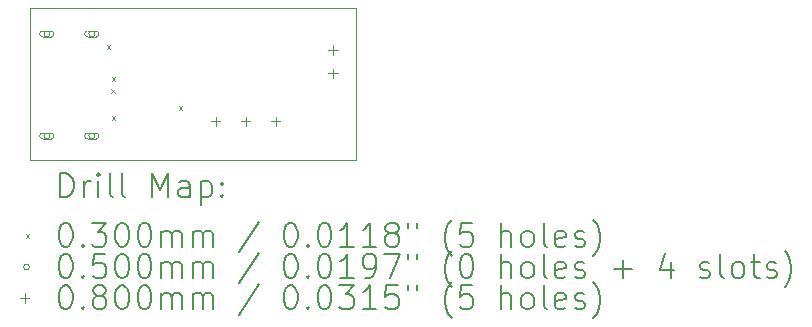
<source format=gbr>
%TF.GenerationSoftware,KiCad,Pcbnew,8.0.8*%
%TF.CreationDate,2025-02-05T16:43:21+08:00*%
%TF.ProjectId,5V24VBoostUp(USBC),35563234-5642-46f6-9f73-745570285553,rev?*%
%TF.SameCoordinates,Original*%
%TF.FileFunction,Drillmap*%
%TF.FilePolarity,Positive*%
%FSLAX45Y45*%
G04 Gerber Fmt 4.5, Leading zero omitted, Abs format (unit mm)*
G04 Created by KiCad (PCBNEW 8.0.8) date 2025-02-05 16:43:21*
%MOMM*%
%LPD*%
G01*
G04 APERTURE LIST*
%ADD10C,0.050000*%
%ADD11C,0.200000*%
%ADD12C,0.100000*%
G04 APERTURE END LIST*
D10*
X11064240Y-8666480D02*
X13827760Y-8666480D01*
X13827760Y-9951720D01*
X11064240Y-9951720D01*
X11064240Y-8666480D01*
D11*
D12*
X11717260Y-8981680D02*
X11747260Y-9011680D01*
X11747260Y-8981680D02*
X11717260Y-9011680D01*
X11755360Y-9352520D02*
X11785360Y-9382520D01*
X11785360Y-9352520D02*
X11755360Y-9382520D01*
X11757900Y-9250920D02*
X11787900Y-9280920D01*
X11787900Y-9250920D02*
X11757900Y-9280920D01*
X11757900Y-9580780D02*
X11787900Y-9610780D01*
X11787900Y-9580780D02*
X11757900Y-9610780D01*
X12326860Y-9497300D02*
X12356860Y-9527300D01*
X12356860Y-9497300D02*
X12326860Y-9527300D01*
X11234800Y-8884320D02*
G75*
G02*
X11184800Y-8884320I-25000J0D01*
G01*
X11184800Y-8884320D02*
G75*
G02*
X11234800Y-8884320I25000J0D01*
G01*
X11244800Y-8859320D02*
X11174800Y-8859320D01*
X11174800Y-8909320D02*
G75*
G02*
X11174800Y-8859320I0J25000D01*
G01*
X11174800Y-8909320D02*
X11244800Y-8909320D01*
X11244800Y-8909320D02*
G75*
G03*
X11244800Y-8859320I0J25000D01*
G01*
X11234800Y-9748320D02*
G75*
G02*
X11184800Y-9748320I-25000J0D01*
G01*
X11184800Y-9748320D02*
G75*
G02*
X11234800Y-9748320I25000J0D01*
G01*
X11244800Y-9723320D02*
X11174800Y-9723320D01*
X11174800Y-9773320D02*
G75*
G02*
X11174800Y-9723320I0J25000D01*
G01*
X11174800Y-9773320D02*
X11244800Y-9773320D01*
X11244800Y-9773320D02*
G75*
G03*
X11244800Y-9723320I0J25000D01*
G01*
X11614800Y-8884320D02*
G75*
G02*
X11564800Y-8884320I-25000J0D01*
G01*
X11564800Y-8884320D02*
G75*
G02*
X11614800Y-8884320I25000J0D01*
G01*
X11624800Y-8859320D02*
X11554800Y-8859320D01*
X11554800Y-8909320D02*
G75*
G02*
X11554800Y-8859320I0J25000D01*
G01*
X11554800Y-8909320D02*
X11624800Y-8909320D01*
X11624800Y-8909320D02*
G75*
G03*
X11624800Y-8859320I0J25000D01*
G01*
X11614800Y-9748320D02*
G75*
G02*
X11564800Y-9748320I-25000J0D01*
G01*
X11564800Y-9748320D02*
G75*
G02*
X11614800Y-9748320I25000J0D01*
G01*
X11624800Y-9723320D02*
X11554800Y-9723320D01*
X11554800Y-9773320D02*
G75*
G02*
X11554800Y-9723320I0J25000D01*
G01*
X11554800Y-9773320D02*
X11624800Y-9773320D01*
X11624800Y-9773320D02*
G75*
G03*
X11624800Y-9723320I0J25000D01*
G01*
X12639040Y-9584060D02*
X12639040Y-9664060D01*
X12599040Y-9624060D02*
X12679040Y-9624060D01*
X12893040Y-9584060D02*
X12893040Y-9664060D01*
X12853040Y-9624060D02*
X12933040Y-9624060D01*
X13147040Y-9584060D02*
X13147040Y-9664060D01*
X13107040Y-9624060D02*
X13187040Y-9624060D01*
X13632180Y-8979540D02*
X13632180Y-9059540D01*
X13592180Y-9019540D02*
X13672180Y-9019540D01*
X13632180Y-9179540D02*
X13632180Y-9259540D01*
X13592180Y-9219540D02*
X13672180Y-9219540D01*
D11*
X11322517Y-10265704D02*
X11322517Y-10065704D01*
X11322517Y-10065704D02*
X11370136Y-10065704D01*
X11370136Y-10065704D02*
X11398707Y-10075228D01*
X11398707Y-10075228D02*
X11417755Y-10094275D01*
X11417755Y-10094275D02*
X11427279Y-10113323D01*
X11427279Y-10113323D02*
X11436802Y-10151418D01*
X11436802Y-10151418D02*
X11436802Y-10179990D01*
X11436802Y-10179990D02*
X11427279Y-10218085D01*
X11427279Y-10218085D02*
X11417755Y-10237132D01*
X11417755Y-10237132D02*
X11398707Y-10256180D01*
X11398707Y-10256180D02*
X11370136Y-10265704D01*
X11370136Y-10265704D02*
X11322517Y-10265704D01*
X11522517Y-10265704D02*
X11522517Y-10132370D01*
X11522517Y-10170466D02*
X11532041Y-10151418D01*
X11532041Y-10151418D02*
X11541564Y-10141894D01*
X11541564Y-10141894D02*
X11560612Y-10132370D01*
X11560612Y-10132370D02*
X11579660Y-10132370D01*
X11646326Y-10265704D02*
X11646326Y-10132370D01*
X11646326Y-10065704D02*
X11636802Y-10075228D01*
X11636802Y-10075228D02*
X11646326Y-10084751D01*
X11646326Y-10084751D02*
X11655850Y-10075228D01*
X11655850Y-10075228D02*
X11646326Y-10065704D01*
X11646326Y-10065704D02*
X11646326Y-10084751D01*
X11770136Y-10265704D02*
X11751088Y-10256180D01*
X11751088Y-10256180D02*
X11741564Y-10237132D01*
X11741564Y-10237132D02*
X11741564Y-10065704D01*
X11874898Y-10265704D02*
X11855850Y-10256180D01*
X11855850Y-10256180D02*
X11846326Y-10237132D01*
X11846326Y-10237132D02*
X11846326Y-10065704D01*
X12103469Y-10265704D02*
X12103469Y-10065704D01*
X12103469Y-10065704D02*
X12170136Y-10208561D01*
X12170136Y-10208561D02*
X12236802Y-10065704D01*
X12236802Y-10065704D02*
X12236802Y-10265704D01*
X12417755Y-10265704D02*
X12417755Y-10160942D01*
X12417755Y-10160942D02*
X12408231Y-10141894D01*
X12408231Y-10141894D02*
X12389183Y-10132370D01*
X12389183Y-10132370D02*
X12351088Y-10132370D01*
X12351088Y-10132370D02*
X12332041Y-10141894D01*
X12417755Y-10256180D02*
X12398707Y-10265704D01*
X12398707Y-10265704D02*
X12351088Y-10265704D01*
X12351088Y-10265704D02*
X12332041Y-10256180D01*
X12332041Y-10256180D02*
X12322517Y-10237132D01*
X12322517Y-10237132D02*
X12322517Y-10218085D01*
X12322517Y-10218085D02*
X12332041Y-10199037D01*
X12332041Y-10199037D02*
X12351088Y-10189513D01*
X12351088Y-10189513D02*
X12398707Y-10189513D01*
X12398707Y-10189513D02*
X12417755Y-10179990D01*
X12512993Y-10132370D02*
X12512993Y-10332370D01*
X12512993Y-10141894D02*
X12532041Y-10132370D01*
X12532041Y-10132370D02*
X12570136Y-10132370D01*
X12570136Y-10132370D02*
X12589183Y-10141894D01*
X12589183Y-10141894D02*
X12598707Y-10151418D01*
X12598707Y-10151418D02*
X12608231Y-10170466D01*
X12608231Y-10170466D02*
X12608231Y-10227609D01*
X12608231Y-10227609D02*
X12598707Y-10246656D01*
X12598707Y-10246656D02*
X12589183Y-10256180D01*
X12589183Y-10256180D02*
X12570136Y-10265704D01*
X12570136Y-10265704D02*
X12532041Y-10265704D01*
X12532041Y-10265704D02*
X12512993Y-10256180D01*
X12693945Y-10246656D02*
X12703469Y-10256180D01*
X12703469Y-10256180D02*
X12693945Y-10265704D01*
X12693945Y-10265704D02*
X12684422Y-10256180D01*
X12684422Y-10256180D02*
X12693945Y-10246656D01*
X12693945Y-10246656D02*
X12693945Y-10265704D01*
X12693945Y-10141894D02*
X12703469Y-10151418D01*
X12703469Y-10151418D02*
X12693945Y-10160942D01*
X12693945Y-10160942D02*
X12684422Y-10151418D01*
X12684422Y-10151418D02*
X12693945Y-10141894D01*
X12693945Y-10141894D02*
X12693945Y-10160942D01*
D12*
X11031740Y-10579220D02*
X11061740Y-10609220D01*
X11061740Y-10579220D02*
X11031740Y-10609220D01*
D11*
X11360612Y-10485704D02*
X11379660Y-10485704D01*
X11379660Y-10485704D02*
X11398707Y-10495228D01*
X11398707Y-10495228D02*
X11408231Y-10504751D01*
X11408231Y-10504751D02*
X11417755Y-10523799D01*
X11417755Y-10523799D02*
X11427279Y-10561894D01*
X11427279Y-10561894D02*
X11427279Y-10609513D01*
X11427279Y-10609513D02*
X11417755Y-10647609D01*
X11417755Y-10647609D02*
X11408231Y-10666656D01*
X11408231Y-10666656D02*
X11398707Y-10676180D01*
X11398707Y-10676180D02*
X11379660Y-10685704D01*
X11379660Y-10685704D02*
X11360612Y-10685704D01*
X11360612Y-10685704D02*
X11341564Y-10676180D01*
X11341564Y-10676180D02*
X11332041Y-10666656D01*
X11332041Y-10666656D02*
X11322517Y-10647609D01*
X11322517Y-10647609D02*
X11312993Y-10609513D01*
X11312993Y-10609513D02*
X11312993Y-10561894D01*
X11312993Y-10561894D02*
X11322517Y-10523799D01*
X11322517Y-10523799D02*
X11332041Y-10504751D01*
X11332041Y-10504751D02*
X11341564Y-10495228D01*
X11341564Y-10495228D02*
X11360612Y-10485704D01*
X11512993Y-10666656D02*
X11522517Y-10676180D01*
X11522517Y-10676180D02*
X11512993Y-10685704D01*
X11512993Y-10685704D02*
X11503469Y-10676180D01*
X11503469Y-10676180D02*
X11512993Y-10666656D01*
X11512993Y-10666656D02*
X11512993Y-10685704D01*
X11589183Y-10485704D02*
X11712993Y-10485704D01*
X11712993Y-10485704D02*
X11646326Y-10561894D01*
X11646326Y-10561894D02*
X11674898Y-10561894D01*
X11674898Y-10561894D02*
X11693945Y-10571418D01*
X11693945Y-10571418D02*
X11703469Y-10580942D01*
X11703469Y-10580942D02*
X11712993Y-10599990D01*
X11712993Y-10599990D02*
X11712993Y-10647609D01*
X11712993Y-10647609D02*
X11703469Y-10666656D01*
X11703469Y-10666656D02*
X11693945Y-10676180D01*
X11693945Y-10676180D02*
X11674898Y-10685704D01*
X11674898Y-10685704D02*
X11617755Y-10685704D01*
X11617755Y-10685704D02*
X11598707Y-10676180D01*
X11598707Y-10676180D02*
X11589183Y-10666656D01*
X11836802Y-10485704D02*
X11855850Y-10485704D01*
X11855850Y-10485704D02*
X11874898Y-10495228D01*
X11874898Y-10495228D02*
X11884422Y-10504751D01*
X11884422Y-10504751D02*
X11893945Y-10523799D01*
X11893945Y-10523799D02*
X11903469Y-10561894D01*
X11903469Y-10561894D02*
X11903469Y-10609513D01*
X11903469Y-10609513D02*
X11893945Y-10647609D01*
X11893945Y-10647609D02*
X11884422Y-10666656D01*
X11884422Y-10666656D02*
X11874898Y-10676180D01*
X11874898Y-10676180D02*
X11855850Y-10685704D01*
X11855850Y-10685704D02*
X11836802Y-10685704D01*
X11836802Y-10685704D02*
X11817755Y-10676180D01*
X11817755Y-10676180D02*
X11808231Y-10666656D01*
X11808231Y-10666656D02*
X11798707Y-10647609D01*
X11798707Y-10647609D02*
X11789183Y-10609513D01*
X11789183Y-10609513D02*
X11789183Y-10561894D01*
X11789183Y-10561894D02*
X11798707Y-10523799D01*
X11798707Y-10523799D02*
X11808231Y-10504751D01*
X11808231Y-10504751D02*
X11817755Y-10495228D01*
X11817755Y-10495228D02*
X11836802Y-10485704D01*
X12027279Y-10485704D02*
X12046326Y-10485704D01*
X12046326Y-10485704D02*
X12065374Y-10495228D01*
X12065374Y-10495228D02*
X12074898Y-10504751D01*
X12074898Y-10504751D02*
X12084422Y-10523799D01*
X12084422Y-10523799D02*
X12093945Y-10561894D01*
X12093945Y-10561894D02*
X12093945Y-10609513D01*
X12093945Y-10609513D02*
X12084422Y-10647609D01*
X12084422Y-10647609D02*
X12074898Y-10666656D01*
X12074898Y-10666656D02*
X12065374Y-10676180D01*
X12065374Y-10676180D02*
X12046326Y-10685704D01*
X12046326Y-10685704D02*
X12027279Y-10685704D01*
X12027279Y-10685704D02*
X12008231Y-10676180D01*
X12008231Y-10676180D02*
X11998707Y-10666656D01*
X11998707Y-10666656D02*
X11989183Y-10647609D01*
X11989183Y-10647609D02*
X11979660Y-10609513D01*
X11979660Y-10609513D02*
X11979660Y-10561894D01*
X11979660Y-10561894D02*
X11989183Y-10523799D01*
X11989183Y-10523799D02*
X11998707Y-10504751D01*
X11998707Y-10504751D02*
X12008231Y-10495228D01*
X12008231Y-10495228D02*
X12027279Y-10485704D01*
X12179660Y-10685704D02*
X12179660Y-10552370D01*
X12179660Y-10571418D02*
X12189183Y-10561894D01*
X12189183Y-10561894D02*
X12208231Y-10552370D01*
X12208231Y-10552370D02*
X12236803Y-10552370D01*
X12236803Y-10552370D02*
X12255850Y-10561894D01*
X12255850Y-10561894D02*
X12265374Y-10580942D01*
X12265374Y-10580942D02*
X12265374Y-10685704D01*
X12265374Y-10580942D02*
X12274898Y-10561894D01*
X12274898Y-10561894D02*
X12293945Y-10552370D01*
X12293945Y-10552370D02*
X12322517Y-10552370D01*
X12322517Y-10552370D02*
X12341564Y-10561894D01*
X12341564Y-10561894D02*
X12351088Y-10580942D01*
X12351088Y-10580942D02*
X12351088Y-10685704D01*
X12446326Y-10685704D02*
X12446326Y-10552370D01*
X12446326Y-10571418D02*
X12455850Y-10561894D01*
X12455850Y-10561894D02*
X12474898Y-10552370D01*
X12474898Y-10552370D02*
X12503469Y-10552370D01*
X12503469Y-10552370D02*
X12522517Y-10561894D01*
X12522517Y-10561894D02*
X12532041Y-10580942D01*
X12532041Y-10580942D02*
X12532041Y-10685704D01*
X12532041Y-10580942D02*
X12541564Y-10561894D01*
X12541564Y-10561894D02*
X12560612Y-10552370D01*
X12560612Y-10552370D02*
X12589183Y-10552370D01*
X12589183Y-10552370D02*
X12608231Y-10561894D01*
X12608231Y-10561894D02*
X12617755Y-10580942D01*
X12617755Y-10580942D02*
X12617755Y-10685704D01*
X13008231Y-10476180D02*
X12836803Y-10733323D01*
X13265374Y-10485704D02*
X13284422Y-10485704D01*
X13284422Y-10485704D02*
X13303469Y-10495228D01*
X13303469Y-10495228D02*
X13312993Y-10504751D01*
X13312993Y-10504751D02*
X13322517Y-10523799D01*
X13322517Y-10523799D02*
X13332041Y-10561894D01*
X13332041Y-10561894D02*
X13332041Y-10609513D01*
X13332041Y-10609513D02*
X13322517Y-10647609D01*
X13322517Y-10647609D02*
X13312993Y-10666656D01*
X13312993Y-10666656D02*
X13303469Y-10676180D01*
X13303469Y-10676180D02*
X13284422Y-10685704D01*
X13284422Y-10685704D02*
X13265374Y-10685704D01*
X13265374Y-10685704D02*
X13246326Y-10676180D01*
X13246326Y-10676180D02*
X13236803Y-10666656D01*
X13236803Y-10666656D02*
X13227279Y-10647609D01*
X13227279Y-10647609D02*
X13217755Y-10609513D01*
X13217755Y-10609513D02*
X13217755Y-10561894D01*
X13217755Y-10561894D02*
X13227279Y-10523799D01*
X13227279Y-10523799D02*
X13236803Y-10504751D01*
X13236803Y-10504751D02*
X13246326Y-10495228D01*
X13246326Y-10495228D02*
X13265374Y-10485704D01*
X13417755Y-10666656D02*
X13427279Y-10676180D01*
X13427279Y-10676180D02*
X13417755Y-10685704D01*
X13417755Y-10685704D02*
X13408231Y-10676180D01*
X13408231Y-10676180D02*
X13417755Y-10666656D01*
X13417755Y-10666656D02*
X13417755Y-10685704D01*
X13551088Y-10485704D02*
X13570136Y-10485704D01*
X13570136Y-10485704D02*
X13589184Y-10495228D01*
X13589184Y-10495228D02*
X13598707Y-10504751D01*
X13598707Y-10504751D02*
X13608231Y-10523799D01*
X13608231Y-10523799D02*
X13617755Y-10561894D01*
X13617755Y-10561894D02*
X13617755Y-10609513D01*
X13617755Y-10609513D02*
X13608231Y-10647609D01*
X13608231Y-10647609D02*
X13598707Y-10666656D01*
X13598707Y-10666656D02*
X13589184Y-10676180D01*
X13589184Y-10676180D02*
X13570136Y-10685704D01*
X13570136Y-10685704D02*
X13551088Y-10685704D01*
X13551088Y-10685704D02*
X13532041Y-10676180D01*
X13532041Y-10676180D02*
X13522517Y-10666656D01*
X13522517Y-10666656D02*
X13512993Y-10647609D01*
X13512993Y-10647609D02*
X13503469Y-10609513D01*
X13503469Y-10609513D02*
X13503469Y-10561894D01*
X13503469Y-10561894D02*
X13512993Y-10523799D01*
X13512993Y-10523799D02*
X13522517Y-10504751D01*
X13522517Y-10504751D02*
X13532041Y-10495228D01*
X13532041Y-10495228D02*
X13551088Y-10485704D01*
X13808231Y-10685704D02*
X13693946Y-10685704D01*
X13751088Y-10685704D02*
X13751088Y-10485704D01*
X13751088Y-10485704D02*
X13732041Y-10514275D01*
X13732041Y-10514275D02*
X13712993Y-10533323D01*
X13712993Y-10533323D02*
X13693946Y-10542847D01*
X13998707Y-10685704D02*
X13884422Y-10685704D01*
X13941565Y-10685704D02*
X13941565Y-10485704D01*
X13941565Y-10485704D02*
X13922517Y-10514275D01*
X13922517Y-10514275D02*
X13903469Y-10533323D01*
X13903469Y-10533323D02*
X13884422Y-10542847D01*
X14112993Y-10571418D02*
X14093946Y-10561894D01*
X14093946Y-10561894D02*
X14084422Y-10552370D01*
X14084422Y-10552370D02*
X14074898Y-10533323D01*
X14074898Y-10533323D02*
X14074898Y-10523799D01*
X14074898Y-10523799D02*
X14084422Y-10504751D01*
X14084422Y-10504751D02*
X14093946Y-10495228D01*
X14093946Y-10495228D02*
X14112993Y-10485704D01*
X14112993Y-10485704D02*
X14151088Y-10485704D01*
X14151088Y-10485704D02*
X14170136Y-10495228D01*
X14170136Y-10495228D02*
X14179660Y-10504751D01*
X14179660Y-10504751D02*
X14189184Y-10523799D01*
X14189184Y-10523799D02*
X14189184Y-10533323D01*
X14189184Y-10533323D02*
X14179660Y-10552370D01*
X14179660Y-10552370D02*
X14170136Y-10561894D01*
X14170136Y-10561894D02*
X14151088Y-10571418D01*
X14151088Y-10571418D02*
X14112993Y-10571418D01*
X14112993Y-10571418D02*
X14093946Y-10580942D01*
X14093946Y-10580942D02*
X14084422Y-10590466D01*
X14084422Y-10590466D02*
X14074898Y-10609513D01*
X14074898Y-10609513D02*
X14074898Y-10647609D01*
X14074898Y-10647609D02*
X14084422Y-10666656D01*
X14084422Y-10666656D02*
X14093946Y-10676180D01*
X14093946Y-10676180D02*
X14112993Y-10685704D01*
X14112993Y-10685704D02*
X14151088Y-10685704D01*
X14151088Y-10685704D02*
X14170136Y-10676180D01*
X14170136Y-10676180D02*
X14179660Y-10666656D01*
X14179660Y-10666656D02*
X14189184Y-10647609D01*
X14189184Y-10647609D02*
X14189184Y-10609513D01*
X14189184Y-10609513D02*
X14179660Y-10590466D01*
X14179660Y-10590466D02*
X14170136Y-10580942D01*
X14170136Y-10580942D02*
X14151088Y-10571418D01*
X14265374Y-10485704D02*
X14265374Y-10523799D01*
X14341565Y-10485704D02*
X14341565Y-10523799D01*
X14636803Y-10761894D02*
X14627279Y-10752370D01*
X14627279Y-10752370D02*
X14608231Y-10723799D01*
X14608231Y-10723799D02*
X14598708Y-10704751D01*
X14598708Y-10704751D02*
X14589184Y-10676180D01*
X14589184Y-10676180D02*
X14579660Y-10628561D01*
X14579660Y-10628561D02*
X14579660Y-10590466D01*
X14579660Y-10590466D02*
X14589184Y-10542847D01*
X14589184Y-10542847D02*
X14598708Y-10514275D01*
X14598708Y-10514275D02*
X14608231Y-10495228D01*
X14608231Y-10495228D02*
X14627279Y-10466656D01*
X14627279Y-10466656D02*
X14636803Y-10457132D01*
X14808231Y-10485704D02*
X14712993Y-10485704D01*
X14712993Y-10485704D02*
X14703469Y-10580942D01*
X14703469Y-10580942D02*
X14712993Y-10571418D01*
X14712993Y-10571418D02*
X14732041Y-10561894D01*
X14732041Y-10561894D02*
X14779660Y-10561894D01*
X14779660Y-10561894D02*
X14798708Y-10571418D01*
X14798708Y-10571418D02*
X14808231Y-10580942D01*
X14808231Y-10580942D02*
X14817755Y-10599990D01*
X14817755Y-10599990D02*
X14817755Y-10647609D01*
X14817755Y-10647609D02*
X14808231Y-10666656D01*
X14808231Y-10666656D02*
X14798708Y-10676180D01*
X14798708Y-10676180D02*
X14779660Y-10685704D01*
X14779660Y-10685704D02*
X14732041Y-10685704D01*
X14732041Y-10685704D02*
X14712993Y-10676180D01*
X14712993Y-10676180D02*
X14703469Y-10666656D01*
X15055850Y-10685704D02*
X15055850Y-10485704D01*
X15141565Y-10685704D02*
X15141565Y-10580942D01*
X15141565Y-10580942D02*
X15132041Y-10561894D01*
X15132041Y-10561894D02*
X15112993Y-10552370D01*
X15112993Y-10552370D02*
X15084422Y-10552370D01*
X15084422Y-10552370D02*
X15065374Y-10561894D01*
X15065374Y-10561894D02*
X15055850Y-10571418D01*
X15265374Y-10685704D02*
X15246327Y-10676180D01*
X15246327Y-10676180D02*
X15236803Y-10666656D01*
X15236803Y-10666656D02*
X15227279Y-10647609D01*
X15227279Y-10647609D02*
X15227279Y-10590466D01*
X15227279Y-10590466D02*
X15236803Y-10571418D01*
X15236803Y-10571418D02*
X15246327Y-10561894D01*
X15246327Y-10561894D02*
X15265374Y-10552370D01*
X15265374Y-10552370D02*
X15293946Y-10552370D01*
X15293946Y-10552370D02*
X15312993Y-10561894D01*
X15312993Y-10561894D02*
X15322517Y-10571418D01*
X15322517Y-10571418D02*
X15332041Y-10590466D01*
X15332041Y-10590466D02*
X15332041Y-10647609D01*
X15332041Y-10647609D02*
X15322517Y-10666656D01*
X15322517Y-10666656D02*
X15312993Y-10676180D01*
X15312993Y-10676180D02*
X15293946Y-10685704D01*
X15293946Y-10685704D02*
X15265374Y-10685704D01*
X15446327Y-10685704D02*
X15427279Y-10676180D01*
X15427279Y-10676180D02*
X15417755Y-10657132D01*
X15417755Y-10657132D02*
X15417755Y-10485704D01*
X15598708Y-10676180D02*
X15579660Y-10685704D01*
X15579660Y-10685704D02*
X15541565Y-10685704D01*
X15541565Y-10685704D02*
X15522517Y-10676180D01*
X15522517Y-10676180D02*
X15512993Y-10657132D01*
X15512993Y-10657132D02*
X15512993Y-10580942D01*
X15512993Y-10580942D02*
X15522517Y-10561894D01*
X15522517Y-10561894D02*
X15541565Y-10552370D01*
X15541565Y-10552370D02*
X15579660Y-10552370D01*
X15579660Y-10552370D02*
X15598708Y-10561894D01*
X15598708Y-10561894D02*
X15608231Y-10580942D01*
X15608231Y-10580942D02*
X15608231Y-10599990D01*
X15608231Y-10599990D02*
X15512993Y-10619037D01*
X15684422Y-10676180D02*
X15703470Y-10685704D01*
X15703470Y-10685704D02*
X15741565Y-10685704D01*
X15741565Y-10685704D02*
X15760612Y-10676180D01*
X15760612Y-10676180D02*
X15770136Y-10657132D01*
X15770136Y-10657132D02*
X15770136Y-10647609D01*
X15770136Y-10647609D02*
X15760612Y-10628561D01*
X15760612Y-10628561D02*
X15741565Y-10619037D01*
X15741565Y-10619037D02*
X15712993Y-10619037D01*
X15712993Y-10619037D02*
X15693946Y-10609513D01*
X15693946Y-10609513D02*
X15684422Y-10590466D01*
X15684422Y-10590466D02*
X15684422Y-10580942D01*
X15684422Y-10580942D02*
X15693946Y-10561894D01*
X15693946Y-10561894D02*
X15712993Y-10552370D01*
X15712993Y-10552370D02*
X15741565Y-10552370D01*
X15741565Y-10552370D02*
X15760612Y-10561894D01*
X15836803Y-10761894D02*
X15846327Y-10752370D01*
X15846327Y-10752370D02*
X15865374Y-10723799D01*
X15865374Y-10723799D02*
X15874898Y-10704751D01*
X15874898Y-10704751D02*
X15884422Y-10676180D01*
X15884422Y-10676180D02*
X15893946Y-10628561D01*
X15893946Y-10628561D02*
X15893946Y-10590466D01*
X15893946Y-10590466D02*
X15884422Y-10542847D01*
X15884422Y-10542847D02*
X15874898Y-10514275D01*
X15874898Y-10514275D02*
X15865374Y-10495228D01*
X15865374Y-10495228D02*
X15846327Y-10466656D01*
X15846327Y-10466656D02*
X15836803Y-10457132D01*
D12*
X11061740Y-10858220D02*
G75*
G02*
X11011740Y-10858220I-25000J0D01*
G01*
X11011740Y-10858220D02*
G75*
G02*
X11061740Y-10858220I25000J0D01*
G01*
D11*
X11360612Y-10749704D02*
X11379660Y-10749704D01*
X11379660Y-10749704D02*
X11398707Y-10759228D01*
X11398707Y-10759228D02*
X11408231Y-10768751D01*
X11408231Y-10768751D02*
X11417755Y-10787799D01*
X11417755Y-10787799D02*
X11427279Y-10825894D01*
X11427279Y-10825894D02*
X11427279Y-10873513D01*
X11427279Y-10873513D02*
X11417755Y-10911609D01*
X11417755Y-10911609D02*
X11408231Y-10930656D01*
X11408231Y-10930656D02*
X11398707Y-10940180D01*
X11398707Y-10940180D02*
X11379660Y-10949704D01*
X11379660Y-10949704D02*
X11360612Y-10949704D01*
X11360612Y-10949704D02*
X11341564Y-10940180D01*
X11341564Y-10940180D02*
X11332041Y-10930656D01*
X11332041Y-10930656D02*
X11322517Y-10911609D01*
X11322517Y-10911609D02*
X11312993Y-10873513D01*
X11312993Y-10873513D02*
X11312993Y-10825894D01*
X11312993Y-10825894D02*
X11322517Y-10787799D01*
X11322517Y-10787799D02*
X11332041Y-10768751D01*
X11332041Y-10768751D02*
X11341564Y-10759228D01*
X11341564Y-10759228D02*
X11360612Y-10749704D01*
X11512993Y-10930656D02*
X11522517Y-10940180D01*
X11522517Y-10940180D02*
X11512993Y-10949704D01*
X11512993Y-10949704D02*
X11503469Y-10940180D01*
X11503469Y-10940180D02*
X11512993Y-10930656D01*
X11512993Y-10930656D02*
X11512993Y-10949704D01*
X11703469Y-10749704D02*
X11608231Y-10749704D01*
X11608231Y-10749704D02*
X11598707Y-10844942D01*
X11598707Y-10844942D02*
X11608231Y-10835418D01*
X11608231Y-10835418D02*
X11627279Y-10825894D01*
X11627279Y-10825894D02*
X11674898Y-10825894D01*
X11674898Y-10825894D02*
X11693945Y-10835418D01*
X11693945Y-10835418D02*
X11703469Y-10844942D01*
X11703469Y-10844942D02*
X11712993Y-10863990D01*
X11712993Y-10863990D02*
X11712993Y-10911609D01*
X11712993Y-10911609D02*
X11703469Y-10930656D01*
X11703469Y-10930656D02*
X11693945Y-10940180D01*
X11693945Y-10940180D02*
X11674898Y-10949704D01*
X11674898Y-10949704D02*
X11627279Y-10949704D01*
X11627279Y-10949704D02*
X11608231Y-10940180D01*
X11608231Y-10940180D02*
X11598707Y-10930656D01*
X11836802Y-10749704D02*
X11855850Y-10749704D01*
X11855850Y-10749704D02*
X11874898Y-10759228D01*
X11874898Y-10759228D02*
X11884422Y-10768751D01*
X11884422Y-10768751D02*
X11893945Y-10787799D01*
X11893945Y-10787799D02*
X11903469Y-10825894D01*
X11903469Y-10825894D02*
X11903469Y-10873513D01*
X11903469Y-10873513D02*
X11893945Y-10911609D01*
X11893945Y-10911609D02*
X11884422Y-10930656D01*
X11884422Y-10930656D02*
X11874898Y-10940180D01*
X11874898Y-10940180D02*
X11855850Y-10949704D01*
X11855850Y-10949704D02*
X11836802Y-10949704D01*
X11836802Y-10949704D02*
X11817755Y-10940180D01*
X11817755Y-10940180D02*
X11808231Y-10930656D01*
X11808231Y-10930656D02*
X11798707Y-10911609D01*
X11798707Y-10911609D02*
X11789183Y-10873513D01*
X11789183Y-10873513D02*
X11789183Y-10825894D01*
X11789183Y-10825894D02*
X11798707Y-10787799D01*
X11798707Y-10787799D02*
X11808231Y-10768751D01*
X11808231Y-10768751D02*
X11817755Y-10759228D01*
X11817755Y-10759228D02*
X11836802Y-10749704D01*
X12027279Y-10749704D02*
X12046326Y-10749704D01*
X12046326Y-10749704D02*
X12065374Y-10759228D01*
X12065374Y-10759228D02*
X12074898Y-10768751D01*
X12074898Y-10768751D02*
X12084422Y-10787799D01*
X12084422Y-10787799D02*
X12093945Y-10825894D01*
X12093945Y-10825894D02*
X12093945Y-10873513D01*
X12093945Y-10873513D02*
X12084422Y-10911609D01*
X12084422Y-10911609D02*
X12074898Y-10930656D01*
X12074898Y-10930656D02*
X12065374Y-10940180D01*
X12065374Y-10940180D02*
X12046326Y-10949704D01*
X12046326Y-10949704D02*
X12027279Y-10949704D01*
X12027279Y-10949704D02*
X12008231Y-10940180D01*
X12008231Y-10940180D02*
X11998707Y-10930656D01*
X11998707Y-10930656D02*
X11989183Y-10911609D01*
X11989183Y-10911609D02*
X11979660Y-10873513D01*
X11979660Y-10873513D02*
X11979660Y-10825894D01*
X11979660Y-10825894D02*
X11989183Y-10787799D01*
X11989183Y-10787799D02*
X11998707Y-10768751D01*
X11998707Y-10768751D02*
X12008231Y-10759228D01*
X12008231Y-10759228D02*
X12027279Y-10749704D01*
X12179660Y-10949704D02*
X12179660Y-10816370D01*
X12179660Y-10835418D02*
X12189183Y-10825894D01*
X12189183Y-10825894D02*
X12208231Y-10816370D01*
X12208231Y-10816370D02*
X12236803Y-10816370D01*
X12236803Y-10816370D02*
X12255850Y-10825894D01*
X12255850Y-10825894D02*
X12265374Y-10844942D01*
X12265374Y-10844942D02*
X12265374Y-10949704D01*
X12265374Y-10844942D02*
X12274898Y-10825894D01*
X12274898Y-10825894D02*
X12293945Y-10816370D01*
X12293945Y-10816370D02*
X12322517Y-10816370D01*
X12322517Y-10816370D02*
X12341564Y-10825894D01*
X12341564Y-10825894D02*
X12351088Y-10844942D01*
X12351088Y-10844942D02*
X12351088Y-10949704D01*
X12446326Y-10949704D02*
X12446326Y-10816370D01*
X12446326Y-10835418D02*
X12455850Y-10825894D01*
X12455850Y-10825894D02*
X12474898Y-10816370D01*
X12474898Y-10816370D02*
X12503469Y-10816370D01*
X12503469Y-10816370D02*
X12522517Y-10825894D01*
X12522517Y-10825894D02*
X12532041Y-10844942D01*
X12532041Y-10844942D02*
X12532041Y-10949704D01*
X12532041Y-10844942D02*
X12541564Y-10825894D01*
X12541564Y-10825894D02*
X12560612Y-10816370D01*
X12560612Y-10816370D02*
X12589183Y-10816370D01*
X12589183Y-10816370D02*
X12608231Y-10825894D01*
X12608231Y-10825894D02*
X12617755Y-10844942D01*
X12617755Y-10844942D02*
X12617755Y-10949704D01*
X13008231Y-10740180D02*
X12836803Y-10997323D01*
X13265374Y-10749704D02*
X13284422Y-10749704D01*
X13284422Y-10749704D02*
X13303469Y-10759228D01*
X13303469Y-10759228D02*
X13312993Y-10768751D01*
X13312993Y-10768751D02*
X13322517Y-10787799D01*
X13322517Y-10787799D02*
X13332041Y-10825894D01*
X13332041Y-10825894D02*
X13332041Y-10873513D01*
X13332041Y-10873513D02*
X13322517Y-10911609D01*
X13322517Y-10911609D02*
X13312993Y-10930656D01*
X13312993Y-10930656D02*
X13303469Y-10940180D01*
X13303469Y-10940180D02*
X13284422Y-10949704D01*
X13284422Y-10949704D02*
X13265374Y-10949704D01*
X13265374Y-10949704D02*
X13246326Y-10940180D01*
X13246326Y-10940180D02*
X13236803Y-10930656D01*
X13236803Y-10930656D02*
X13227279Y-10911609D01*
X13227279Y-10911609D02*
X13217755Y-10873513D01*
X13217755Y-10873513D02*
X13217755Y-10825894D01*
X13217755Y-10825894D02*
X13227279Y-10787799D01*
X13227279Y-10787799D02*
X13236803Y-10768751D01*
X13236803Y-10768751D02*
X13246326Y-10759228D01*
X13246326Y-10759228D02*
X13265374Y-10749704D01*
X13417755Y-10930656D02*
X13427279Y-10940180D01*
X13427279Y-10940180D02*
X13417755Y-10949704D01*
X13417755Y-10949704D02*
X13408231Y-10940180D01*
X13408231Y-10940180D02*
X13417755Y-10930656D01*
X13417755Y-10930656D02*
X13417755Y-10949704D01*
X13551088Y-10749704D02*
X13570136Y-10749704D01*
X13570136Y-10749704D02*
X13589184Y-10759228D01*
X13589184Y-10759228D02*
X13598707Y-10768751D01*
X13598707Y-10768751D02*
X13608231Y-10787799D01*
X13608231Y-10787799D02*
X13617755Y-10825894D01*
X13617755Y-10825894D02*
X13617755Y-10873513D01*
X13617755Y-10873513D02*
X13608231Y-10911609D01*
X13608231Y-10911609D02*
X13598707Y-10930656D01*
X13598707Y-10930656D02*
X13589184Y-10940180D01*
X13589184Y-10940180D02*
X13570136Y-10949704D01*
X13570136Y-10949704D02*
X13551088Y-10949704D01*
X13551088Y-10949704D02*
X13532041Y-10940180D01*
X13532041Y-10940180D02*
X13522517Y-10930656D01*
X13522517Y-10930656D02*
X13512993Y-10911609D01*
X13512993Y-10911609D02*
X13503469Y-10873513D01*
X13503469Y-10873513D02*
X13503469Y-10825894D01*
X13503469Y-10825894D02*
X13512993Y-10787799D01*
X13512993Y-10787799D02*
X13522517Y-10768751D01*
X13522517Y-10768751D02*
X13532041Y-10759228D01*
X13532041Y-10759228D02*
X13551088Y-10749704D01*
X13808231Y-10949704D02*
X13693946Y-10949704D01*
X13751088Y-10949704D02*
X13751088Y-10749704D01*
X13751088Y-10749704D02*
X13732041Y-10778275D01*
X13732041Y-10778275D02*
X13712993Y-10797323D01*
X13712993Y-10797323D02*
X13693946Y-10806847D01*
X13903469Y-10949704D02*
X13941565Y-10949704D01*
X13941565Y-10949704D02*
X13960612Y-10940180D01*
X13960612Y-10940180D02*
X13970136Y-10930656D01*
X13970136Y-10930656D02*
X13989184Y-10902085D01*
X13989184Y-10902085D02*
X13998707Y-10863990D01*
X13998707Y-10863990D02*
X13998707Y-10787799D01*
X13998707Y-10787799D02*
X13989184Y-10768751D01*
X13989184Y-10768751D02*
X13979660Y-10759228D01*
X13979660Y-10759228D02*
X13960612Y-10749704D01*
X13960612Y-10749704D02*
X13922517Y-10749704D01*
X13922517Y-10749704D02*
X13903469Y-10759228D01*
X13903469Y-10759228D02*
X13893946Y-10768751D01*
X13893946Y-10768751D02*
X13884422Y-10787799D01*
X13884422Y-10787799D02*
X13884422Y-10835418D01*
X13884422Y-10835418D02*
X13893946Y-10854466D01*
X13893946Y-10854466D02*
X13903469Y-10863990D01*
X13903469Y-10863990D02*
X13922517Y-10873513D01*
X13922517Y-10873513D02*
X13960612Y-10873513D01*
X13960612Y-10873513D02*
X13979660Y-10863990D01*
X13979660Y-10863990D02*
X13989184Y-10854466D01*
X13989184Y-10854466D02*
X13998707Y-10835418D01*
X14065374Y-10749704D02*
X14198707Y-10749704D01*
X14198707Y-10749704D02*
X14112993Y-10949704D01*
X14265374Y-10749704D02*
X14265374Y-10787799D01*
X14341565Y-10749704D02*
X14341565Y-10787799D01*
X14636803Y-11025894D02*
X14627279Y-11016370D01*
X14627279Y-11016370D02*
X14608231Y-10987799D01*
X14608231Y-10987799D02*
X14598708Y-10968751D01*
X14598708Y-10968751D02*
X14589184Y-10940180D01*
X14589184Y-10940180D02*
X14579660Y-10892561D01*
X14579660Y-10892561D02*
X14579660Y-10854466D01*
X14579660Y-10854466D02*
X14589184Y-10806847D01*
X14589184Y-10806847D02*
X14598708Y-10778275D01*
X14598708Y-10778275D02*
X14608231Y-10759228D01*
X14608231Y-10759228D02*
X14627279Y-10730656D01*
X14627279Y-10730656D02*
X14636803Y-10721132D01*
X14751088Y-10749704D02*
X14770136Y-10749704D01*
X14770136Y-10749704D02*
X14789184Y-10759228D01*
X14789184Y-10759228D02*
X14798708Y-10768751D01*
X14798708Y-10768751D02*
X14808231Y-10787799D01*
X14808231Y-10787799D02*
X14817755Y-10825894D01*
X14817755Y-10825894D02*
X14817755Y-10873513D01*
X14817755Y-10873513D02*
X14808231Y-10911609D01*
X14808231Y-10911609D02*
X14798708Y-10930656D01*
X14798708Y-10930656D02*
X14789184Y-10940180D01*
X14789184Y-10940180D02*
X14770136Y-10949704D01*
X14770136Y-10949704D02*
X14751088Y-10949704D01*
X14751088Y-10949704D02*
X14732041Y-10940180D01*
X14732041Y-10940180D02*
X14722517Y-10930656D01*
X14722517Y-10930656D02*
X14712993Y-10911609D01*
X14712993Y-10911609D02*
X14703469Y-10873513D01*
X14703469Y-10873513D02*
X14703469Y-10825894D01*
X14703469Y-10825894D02*
X14712993Y-10787799D01*
X14712993Y-10787799D02*
X14722517Y-10768751D01*
X14722517Y-10768751D02*
X14732041Y-10759228D01*
X14732041Y-10759228D02*
X14751088Y-10749704D01*
X15055850Y-10949704D02*
X15055850Y-10749704D01*
X15141565Y-10949704D02*
X15141565Y-10844942D01*
X15141565Y-10844942D02*
X15132041Y-10825894D01*
X15132041Y-10825894D02*
X15112993Y-10816370D01*
X15112993Y-10816370D02*
X15084422Y-10816370D01*
X15084422Y-10816370D02*
X15065374Y-10825894D01*
X15065374Y-10825894D02*
X15055850Y-10835418D01*
X15265374Y-10949704D02*
X15246327Y-10940180D01*
X15246327Y-10940180D02*
X15236803Y-10930656D01*
X15236803Y-10930656D02*
X15227279Y-10911609D01*
X15227279Y-10911609D02*
X15227279Y-10854466D01*
X15227279Y-10854466D02*
X15236803Y-10835418D01*
X15236803Y-10835418D02*
X15246327Y-10825894D01*
X15246327Y-10825894D02*
X15265374Y-10816370D01*
X15265374Y-10816370D02*
X15293946Y-10816370D01*
X15293946Y-10816370D02*
X15312993Y-10825894D01*
X15312993Y-10825894D02*
X15322517Y-10835418D01*
X15322517Y-10835418D02*
X15332041Y-10854466D01*
X15332041Y-10854466D02*
X15332041Y-10911609D01*
X15332041Y-10911609D02*
X15322517Y-10930656D01*
X15322517Y-10930656D02*
X15312993Y-10940180D01*
X15312993Y-10940180D02*
X15293946Y-10949704D01*
X15293946Y-10949704D02*
X15265374Y-10949704D01*
X15446327Y-10949704D02*
X15427279Y-10940180D01*
X15427279Y-10940180D02*
X15417755Y-10921132D01*
X15417755Y-10921132D02*
X15417755Y-10749704D01*
X15598708Y-10940180D02*
X15579660Y-10949704D01*
X15579660Y-10949704D02*
X15541565Y-10949704D01*
X15541565Y-10949704D02*
X15522517Y-10940180D01*
X15522517Y-10940180D02*
X15512993Y-10921132D01*
X15512993Y-10921132D02*
X15512993Y-10844942D01*
X15512993Y-10844942D02*
X15522517Y-10825894D01*
X15522517Y-10825894D02*
X15541565Y-10816370D01*
X15541565Y-10816370D02*
X15579660Y-10816370D01*
X15579660Y-10816370D02*
X15598708Y-10825894D01*
X15598708Y-10825894D02*
X15608231Y-10844942D01*
X15608231Y-10844942D02*
X15608231Y-10863990D01*
X15608231Y-10863990D02*
X15512993Y-10883037D01*
X15684422Y-10940180D02*
X15703470Y-10949704D01*
X15703470Y-10949704D02*
X15741565Y-10949704D01*
X15741565Y-10949704D02*
X15760612Y-10940180D01*
X15760612Y-10940180D02*
X15770136Y-10921132D01*
X15770136Y-10921132D02*
X15770136Y-10911609D01*
X15770136Y-10911609D02*
X15760612Y-10892561D01*
X15760612Y-10892561D02*
X15741565Y-10883037D01*
X15741565Y-10883037D02*
X15712993Y-10883037D01*
X15712993Y-10883037D02*
X15693946Y-10873513D01*
X15693946Y-10873513D02*
X15684422Y-10854466D01*
X15684422Y-10854466D02*
X15684422Y-10844942D01*
X15684422Y-10844942D02*
X15693946Y-10825894D01*
X15693946Y-10825894D02*
X15712993Y-10816370D01*
X15712993Y-10816370D02*
X15741565Y-10816370D01*
X15741565Y-10816370D02*
X15760612Y-10825894D01*
X16008232Y-10873513D02*
X16160613Y-10873513D01*
X16084422Y-10949704D02*
X16084422Y-10797323D01*
X16493946Y-10816370D02*
X16493946Y-10949704D01*
X16446327Y-10740180D02*
X16398708Y-10883037D01*
X16398708Y-10883037D02*
X16522517Y-10883037D01*
X16741565Y-10940180D02*
X16760613Y-10949704D01*
X16760613Y-10949704D02*
X16798708Y-10949704D01*
X16798708Y-10949704D02*
X16817756Y-10940180D01*
X16817756Y-10940180D02*
X16827279Y-10921132D01*
X16827279Y-10921132D02*
X16827279Y-10911609D01*
X16827279Y-10911609D02*
X16817756Y-10892561D01*
X16817756Y-10892561D02*
X16798708Y-10883037D01*
X16798708Y-10883037D02*
X16770136Y-10883037D01*
X16770136Y-10883037D02*
X16751089Y-10873513D01*
X16751089Y-10873513D02*
X16741565Y-10854466D01*
X16741565Y-10854466D02*
X16741565Y-10844942D01*
X16741565Y-10844942D02*
X16751089Y-10825894D01*
X16751089Y-10825894D02*
X16770136Y-10816370D01*
X16770136Y-10816370D02*
X16798708Y-10816370D01*
X16798708Y-10816370D02*
X16817756Y-10825894D01*
X16941565Y-10949704D02*
X16922517Y-10940180D01*
X16922517Y-10940180D02*
X16912994Y-10921132D01*
X16912994Y-10921132D02*
X16912994Y-10749704D01*
X17046327Y-10949704D02*
X17027279Y-10940180D01*
X17027279Y-10940180D02*
X17017756Y-10930656D01*
X17017756Y-10930656D02*
X17008232Y-10911609D01*
X17008232Y-10911609D02*
X17008232Y-10854466D01*
X17008232Y-10854466D02*
X17017756Y-10835418D01*
X17017756Y-10835418D02*
X17027279Y-10825894D01*
X17027279Y-10825894D02*
X17046327Y-10816370D01*
X17046327Y-10816370D02*
X17074898Y-10816370D01*
X17074898Y-10816370D02*
X17093946Y-10825894D01*
X17093946Y-10825894D02*
X17103470Y-10835418D01*
X17103470Y-10835418D02*
X17112994Y-10854466D01*
X17112994Y-10854466D02*
X17112994Y-10911609D01*
X17112994Y-10911609D02*
X17103470Y-10930656D01*
X17103470Y-10930656D02*
X17093946Y-10940180D01*
X17093946Y-10940180D02*
X17074898Y-10949704D01*
X17074898Y-10949704D02*
X17046327Y-10949704D01*
X17170137Y-10816370D02*
X17246327Y-10816370D01*
X17198708Y-10749704D02*
X17198708Y-10921132D01*
X17198708Y-10921132D02*
X17208232Y-10940180D01*
X17208232Y-10940180D02*
X17227279Y-10949704D01*
X17227279Y-10949704D02*
X17246327Y-10949704D01*
X17303470Y-10940180D02*
X17322517Y-10949704D01*
X17322517Y-10949704D02*
X17360613Y-10949704D01*
X17360613Y-10949704D02*
X17379660Y-10940180D01*
X17379660Y-10940180D02*
X17389184Y-10921132D01*
X17389184Y-10921132D02*
X17389184Y-10911609D01*
X17389184Y-10911609D02*
X17379660Y-10892561D01*
X17379660Y-10892561D02*
X17360613Y-10883037D01*
X17360613Y-10883037D02*
X17332041Y-10883037D01*
X17332041Y-10883037D02*
X17312994Y-10873513D01*
X17312994Y-10873513D02*
X17303470Y-10854466D01*
X17303470Y-10854466D02*
X17303470Y-10844942D01*
X17303470Y-10844942D02*
X17312994Y-10825894D01*
X17312994Y-10825894D02*
X17332041Y-10816370D01*
X17332041Y-10816370D02*
X17360613Y-10816370D01*
X17360613Y-10816370D02*
X17379660Y-10825894D01*
X17455851Y-11025894D02*
X17465375Y-11016370D01*
X17465375Y-11016370D02*
X17484422Y-10987799D01*
X17484422Y-10987799D02*
X17493946Y-10968751D01*
X17493946Y-10968751D02*
X17503470Y-10940180D01*
X17503470Y-10940180D02*
X17512994Y-10892561D01*
X17512994Y-10892561D02*
X17512994Y-10854466D01*
X17512994Y-10854466D02*
X17503470Y-10806847D01*
X17503470Y-10806847D02*
X17493946Y-10778275D01*
X17493946Y-10778275D02*
X17484422Y-10759228D01*
X17484422Y-10759228D02*
X17465375Y-10730656D01*
X17465375Y-10730656D02*
X17455851Y-10721132D01*
D12*
X11021740Y-11082220D02*
X11021740Y-11162220D01*
X10981740Y-11122220D02*
X11061740Y-11122220D01*
D11*
X11360612Y-11013704D02*
X11379660Y-11013704D01*
X11379660Y-11013704D02*
X11398707Y-11023228D01*
X11398707Y-11023228D02*
X11408231Y-11032751D01*
X11408231Y-11032751D02*
X11417755Y-11051799D01*
X11417755Y-11051799D02*
X11427279Y-11089894D01*
X11427279Y-11089894D02*
X11427279Y-11137513D01*
X11427279Y-11137513D02*
X11417755Y-11175609D01*
X11417755Y-11175609D02*
X11408231Y-11194656D01*
X11408231Y-11194656D02*
X11398707Y-11204180D01*
X11398707Y-11204180D02*
X11379660Y-11213704D01*
X11379660Y-11213704D02*
X11360612Y-11213704D01*
X11360612Y-11213704D02*
X11341564Y-11204180D01*
X11341564Y-11204180D02*
X11332041Y-11194656D01*
X11332041Y-11194656D02*
X11322517Y-11175609D01*
X11322517Y-11175609D02*
X11312993Y-11137513D01*
X11312993Y-11137513D02*
X11312993Y-11089894D01*
X11312993Y-11089894D02*
X11322517Y-11051799D01*
X11322517Y-11051799D02*
X11332041Y-11032751D01*
X11332041Y-11032751D02*
X11341564Y-11023228D01*
X11341564Y-11023228D02*
X11360612Y-11013704D01*
X11512993Y-11194656D02*
X11522517Y-11204180D01*
X11522517Y-11204180D02*
X11512993Y-11213704D01*
X11512993Y-11213704D02*
X11503469Y-11204180D01*
X11503469Y-11204180D02*
X11512993Y-11194656D01*
X11512993Y-11194656D02*
X11512993Y-11213704D01*
X11636802Y-11099418D02*
X11617755Y-11089894D01*
X11617755Y-11089894D02*
X11608231Y-11080370D01*
X11608231Y-11080370D02*
X11598707Y-11061323D01*
X11598707Y-11061323D02*
X11598707Y-11051799D01*
X11598707Y-11051799D02*
X11608231Y-11032751D01*
X11608231Y-11032751D02*
X11617755Y-11023228D01*
X11617755Y-11023228D02*
X11636802Y-11013704D01*
X11636802Y-11013704D02*
X11674898Y-11013704D01*
X11674898Y-11013704D02*
X11693945Y-11023228D01*
X11693945Y-11023228D02*
X11703469Y-11032751D01*
X11703469Y-11032751D02*
X11712993Y-11051799D01*
X11712993Y-11051799D02*
X11712993Y-11061323D01*
X11712993Y-11061323D02*
X11703469Y-11080370D01*
X11703469Y-11080370D02*
X11693945Y-11089894D01*
X11693945Y-11089894D02*
X11674898Y-11099418D01*
X11674898Y-11099418D02*
X11636802Y-11099418D01*
X11636802Y-11099418D02*
X11617755Y-11108942D01*
X11617755Y-11108942D02*
X11608231Y-11118466D01*
X11608231Y-11118466D02*
X11598707Y-11137513D01*
X11598707Y-11137513D02*
X11598707Y-11175609D01*
X11598707Y-11175609D02*
X11608231Y-11194656D01*
X11608231Y-11194656D02*
X11617755Y-11204180D01*
X11617755Y-11204180D02*
X11636802Y-11213704D01*
X11636802Y-11213704D02*
X11674898Y-11213704D01*
X11674898Y-11213704D02*
X11693945Y-11204180D01*
X11693945Y-11204180D02*
X11703469Y-11194656D01*
X11703469Y-11194656D02*
X11712993Y-11175609D01*
X11712993Y-11175609D02*
X11712993Y-11137513D01*
X11712993Y-11137513D02*
X11703469Y-11118466D01*
X11703469Y-11118466D02*
X11693945Y-11108942D01*
X11693945Y-11108942D02*
X11674898Y-11099418D01*
X11836802Y-11013704D02*
X11855850Y-11013704D01*
X11855850Y-11013704D02*
X11874898Y-11023228D01*
X11874898Y-11023228D02*
X11884422Y-11032751D01*
X11884422Y-11032751D02*
X11893945Y-11051799D01*
X11893945Y-11051799D02*
X11903469Y-11089894D01*
X11903469Y-11089894D02*
X11903469Y-11137513D01*
X11903469Y-11137513D02*
X11893945Y-11175609D01*
X11893945Y-11175609D02*
X11884422Y-11194656D01*
X11884422Y-11194656D02*
X11874898Y-11204180D01*
X11874898Y-11204180D02*
X11855850Y-11213704D01*
X11855850Y-11213704D02*
X11836802Y-11213704D01*
X11836802Y-11213704D02*
X11817755Y-11204180D01*
X11817755Y-11204180D02*
X11808231Y-11194656D01*
X11808231Y-11194656D02*
X11798707Y-11175609D01*
X11798707Y-11175609D02*
X11789183Y-11137513D01*
X11789183Y-11137513D02*
X11789183Y-11089894D01*
X11789183Y-11089894D02*
X11798707Y-11051799D01*
X11798707Y-11051799D02*
X11808231Y-11032751D01*
X11808231Y-11032751D02*
X11817755Y-11023228D01*
X11817755Y-11023228D02*
X11836802Y-11013704D01*
X12027279Y-11013704D02*
X12046326Y-11013704D01*
X12046326Y-11013704D02*
X12065374Y-11023228D01*
X12065374Y-11023228D02*
X12074898Y-11032751D01*
X12074898Y-11032751D02*
X12084422Y-11051799D01*
X12084422Y-11051799D02*
X12093945Y-11089894D01*
X12093945Y-11089894D02*
X12093945Y-11137513D01*
X12093945Y-11137513D02*
X12084422Y-11175609D01*
X12084422Y-11175609D02*
X12074898Y-11194656D01*
X12074898Y-11194656D02*
X12065374Y-11204180D01*
X12065374Y-11204180D02*
X12046326Y-11213704D01*
X12046326Y-11213704D02*
X12027279Y-11213704D01*
X12027279Y-11213704D02*
X12008231Y-11204180D01*
X12008231Y-11204180D02*
X11998707Y-11194656D01*
X11998707Y-11194656D02*
X11989183Y-11175609D01*
X11989183Y-11175609D02*
X11979660Y-11137513D01*
X11979660Y-11137513D02*
X11979660Y-11089894D01*
X11979660Y-11089894D02*
X11989183Y-11051799D01*
X11989183Y-11051799D02*
X11998707Y-11032751D01*
X11998707Y-11032751D02*
X12008231Y-11023228D01*
X12008231Y-11023228D02*
X12027279Y-11013704D01*
X12179660Y-11213704D02*
X12179660Y-11080370D01*
X12179660Y-11099418D02*
X12189183Y-11089894D01*
X12189183Y-11089894D02*
X12208231Y-11080370D01*
X12208231Y-11080370D02*
X12236803Y-11080370D01*
X12236803Y-11080370D02*
X12255850Y-11089894D01*
X12255850Y-11089894D02*
X12265374Y-11108942D01*
X12265374Y-11108942D02*
X12265374Y-11213704D01*
X12265374Y-11108942D02*
X12274898Y-11089894D01*
X12274898Y-11089894D02*
X12293945Y-11080370D01*
X12293945Y-11080370D02*
X12322517Y-11080370D01*
X12322517Y-11080370D02*
X12341564Y-11089894D01*
X12341564Y-11089894D02*
X12351088Y-11108942D01*
X12351088Y-11108942D02*
X12351088Y-11213704D01*
X12446326Y-11213704D02*
X12446326Y-11080370D01*
X12446326Y-11099418D02*
X12455850Y-11089894D01*
X12455850Y-11089894D02*
X12474898Y-11080370D01*
X12474898Y-11080370D02*
X12503469Y-11080370D01*
X12503469Y-11080370D02*
X12522517Y-11089894D01*
X12522517Y-11089894D02*
X12532041Y-11108942D01*
X12532041Y-11108942D02*
X12532041Y-11213704D01*
X12532041Y-11108942D02*
X12541564Y-11089894D01*
X12541564Y-11089894D02*
X12560612Y-11080370D01*
X12560612Y-11080370D02*
X12589183Y-11080370D01*
X12589183Y-11080370D02*
X12608231Y-11089894D01*
X12608231Y-11089894D02*
X12617755Y-11108942D01*
X12617755Y-11108942D02*
X12617755Y-11213704D01*
X13008231Y-11004180D02*
X12836803Y-11261323D01*
X13265374Y-11013704D02*
X13284422Y-11013704D01*
X13284422Y-11013704D02*
X13303469Y-11023228D01*
X13303469Y-11023228D02*
X13312993Y-11032751D01*
X13312993Y-11032751D02*
X13322517Y-11051799D01*
X13322517Y-11051799D02*
X13332041Y-11089894D01*
X13332041Y-11089894D02*
X13332041Y-11137513D01*
X13332041Y-11137513D02*
X13322517Y-11175609D01*
X13322517Y-11175609D02*
X13312993Y-11194656D01*
X13312993Y-11194656D02*
X13303469Y-11204180D01*
X13303469Y-11204180D02*
X13284422Y-11213704D01*
X13284422Y-11213704D02*
X13265374Y-11213704D01*
X13265374Y-11213704D02*
X13246326Y-11204180D01*
X13246326Y-11204180D02*
X13236803Y-11194656D01*
X13236803Y-11194656D02*
X13227279Y-11175609D01*
X13227279Y-11175609D02*
X13217755Y-11137513D01*
X13217755Y-11137513D02*
X13217755Y-11089894D01*
X13217755Y-11089894D02*
X13227279Y-11051799D01*
X13227279Y-11051799D02*
X13236803Y-11032751D01*
X13236803Y-11032751D02*
X13246326Y-11023228D01*
X13246326Y-11023228D02*
X13265374Y-11013704D01*
X13417755Y-11194656D02*
X13427279Y-11204180D01*
X13427279Y-11204180D02*
X13417755Y-11213704D01*
X13417755Y-11213704D02*
X13408231Y-11204180D01*
X13408231Y-11204180D02*
X13417755Y-11194656D01*
X13417755Y-11194656D02*
X13417755Y-11213704D01*
X13551088Y-11013704D02*
X13570136Y-11013704D01*
X13570136Y-11013704D02*
X13589184Y-11023228D01*
X13589184Y-11023228D02*
X13598707Y-11032751D01*
X13598707Y-11032751D02*
X13608231Y-11051799D01*
X13608231Y-11051799D02*
X13617755Y-11089894D01*
X13617755Y-11089894D02*
X13617755Y-11137513D01*
X13617755Y-11137513D02*
X13608231Y-11175609D01*
X13608231Y-11175609D02*
X13598707Y-11194656D01*
X13598707Y-11194656D02*
X13589184Y-11204180D01*
X13589184Y-11204180D02*
X13570136Y-11213704D01*
X13570136Y-11213704D02*
X13551088Y-11213704D01*
X13551088Y-11213704D02*
X13532041Y-11204180D01*
X13532041Y-11204180D02*
X13522517Y-11194656D01*
X13522517Y-11194656D02*
X13512993Y-11175609D01*
X13512993Y-11175609D02*
X13503469Y-11137513D01*
X13503469Y-11137513D02*
X13503469Y-11089894D01*
X13503469Y-11089894D02*
X13512993Y-11051799D01*
X13512993Y-11051799D02*
X13522517Y-11032751D01*
X13522517Y-11032751D02*
X13532041Y-11023228D01*
X13532041Y-11023228D02*
X13551088Y-11013704D01*
X13684422Y-11013704D02*
X13808231Y-11013704D01*
X13808231Y-11013704D02*
X13741565Y-11089894D01*
X13741565Y-11089894D02*
X13770136Y-11089894D01*
X13770136Y-11089894D02*
X13789184Y-11099418D01*
X13789184Y-11099418D02*
X13798707Y-11108942D01*
X13798707Y-11108942D02*
X13808231Y-11127990D01*
X13808231Y-11127990D02*
X13808231Y-11175609D01*
X13808231Y-11175609D02*
X13798707Y-11194656D01*
X13798707Y-11194656D02*
X13789184Y-11204180D01*
X13789184Y-11204180D02*
X13770136Y-11213704D01*
X13770136Y-11213704D02*
X13712993Y-11213704D01*
X13712993Y-11213704D02*
X13693946Y-11204180D01*
X13693946Y-11204180D02*
X13684422Y-11194656D01*
X13998707Y-11213704D02*
X13884422Y-11213704D01*
X13941565Y-11213704D02*
X13941565Y-11013704D01*
X13941565Y-11013704D02*
X13922517Y-11042275D01*
X13922517Y-11042275D02*
X13903469Y-11061323D01*
X13903469Y-11061323D02*
X13884422Y-11070847D01*
X14179660Y-11013704D02*
X14084422Y-11013704D01*
X14084422Y-11013704D02*
X14074898Y-11108942D01*
X14074898Y-11108942D02*
X14084422Y-11099418D01*
X14084422Y-11099418D02*
X14103469Y-11089894D01*
X14103469Y-11089894D02*
X14151088Y-11089894D01*
X14151088Y-11089894D02*
X14170136Y-11099418D01*
X14170136Y-11099418D02*
X14179660Y-11108942D01*
X14179660Y-11108942D02*
X14189184Y-11127990D01*
X14189184Y-11127990D02*
X14189184Y-11175609D01*
X14189184Y-11175609D02*
X14179660Y-11194656D01*
X14179660Y-11194656D02*
X14170136Y-11204180D01*
X14170136Y-11204180D02*
X14151088Y-11213704D01*
X14151088Y-11213704D02*
X14103469Y-11213704D01*
X14103469Y-11213704D02*
X14084422Y-11204180D01*
X14084422Y-11204180D02*
X14074898Y-11194656D01*
X14265374Y-11013704D02*
X14265374Y-11051799D01*
X14341565Y-11013704D02*
X14341565Y-11051799D01*
X14636803Y-11289894D02*
X14627279Y-11280370D01*
X14627279Y-11280370D02*
X14608231Y-11251799D01*
X14608231Y-11251799D02*
X14598708Y-11232751D01*
X14598708Y-11232751D02*
X14589184Y-11204180D01*
X14589184Y-11204180D02*
X14579660Y-11156561D01*
X14579660Y-11156561D02*
X14579660Y-11118466D01*
X14579660Y-11118466D02*
X14589184Y-11070847D01*
X14589184Y-11070847D02*
X14598708Y-11042275D01*
X14598708Y-11042275D02*
X14608231Y-11023228D01*
X14608231Y-11023228D02*
X14627279Y-10994656D01*
X14627279Y-10994656D02*
X14636803Y-10985132D01*
X14808231Y-11013704D02*
X14712993Y-11013704D01*
X14712993Y-11013704D02*
X14703469Y-11108942D01*
X14703469Y-11108942D02*
X14712993Y-11099418D01*
X14712993Y-11099418D02*
X14732041Y-11089894D01*
X14732041Y-11089894D02*
X14779660Y-11089894D01*
X14779660Y-11089894D02*
X14798708Y-11099418D01*
X14798708Y-11099418D02*
X14808231Y-11108942D01*
X14808231Y-11108942D02*
X14817755Y-11127990D01*
X14817755Y-11127990D02*
X14817755Y-11175609D01*
X14817755Y-11175609D02*
X14808231Y-11194656D01*
X14808231Y-11194656D02*
X14798708Y-11204180D01*
X14798708Y-11204180D02*
X14779660Y-11213704D01*
X14779660Y-11213704D02*
X14732041Y-11213704D01*
X14732041Y-11213704D02*
X14712993Y-11204180D01*
X14712993Y-11204180D02*
X14703469Y-11194656D01*
X15055850Y-11213704D02*
X15055850Y-11013704D01*
X15141565Y-11213704D02*
X15141565Y-11108942D01*
X15141565Y-11108942D02*
X15132041Y-11089894D01*
X15132041Y-11089894D02*
X15112993Y-11080370D01*
X15112993Y-11080370D02*
X15084422Y-11080370D01*
X15084422Y-11080370D02*
X15065374Y-11089894D01*
X15065374Y-11089894D02*
X15055850Y-11099418D01*
X15265374Y-11213704D02*
X15246327Y-11204180D01*
X15246327Y-11204180D02*
X15236803Y-11194656D01*
X15236803Y-11194656D02*
X15227279Y-11175609D01*
X15227279Y-11175609D02*
X15227279Y-11118466D01*
X15227279Y-11118466D02*
X15236803Y-11099418D01*
X15236803Y-11099418D02*
X15246327Y-11089894D01*
X15246327Y-11089894D02*
X15265374Y-11080370D01*
X15265374Y-11080370D02*
X15293946Y-11080370D01*
X15293946Y-11080370D02*
X15312993Y-11089894D01*
X15312993Y-11089894D02*
X15322517Y-11099418D01*
X15322517Y-11099418D02*
X15332041Y-11118466D01*
X15332041Y-11118466D02*
X15332041Y-11175609D01*
X15332041Y-11175609D02*
X15322517Y-11194656D01*
X15322517Y-11194656D02*
X15312993Y-11204180D01*
X15312993Y-11204180D02*
X15293946Y-11213704D01*
X15293946Y-11213704D02*
X15265374Y-11213704D01*
X15446327Y-11213704D02*
X15427279Y-11204180D01*
X15427279Y-11204180D02*
X15417755Y-11185132D01*
X15417755Y-11185132D02*
X15417755Y-11013704D01*
X15598708Y-11204180D02*
X15579660Y-11213704D01*
X15579660Y-11213704D02*
X15541565Y-11213704D01*
X15541565Y-11213704D02*
X15522517Y-11204180D01*
X15522517Y-11204180D02*
X15512993Y-11185132D01*
X15512993Y-11185132D02*
X15512993Y-11108942D01*
X15512993Y-11108942D02*
X15522517Y-11089894D01*
X15522517Y-11089894D02*
X15541565Y-11080370D01*
X15541565Y-11080370D02*
X15579660Y-11080370D01*
X15579660Y-11080370D02*
X15598708Y-11089894D01*
X15598708Y-11089894D02*
X15608231Y-11108942D01*
X15608231Y-11108942D02*
X15608231Y-11127990D01*
X15608231Y-11127990D02*
X15512993Y-11147037D01*
X15684422Y-11204180D02*
X15703470Y-11213704D01*
X15703470Y-11213704D02*
X15741565Y-11213704D01*
X15741565Y-11213704D02*
X15760612Y-11204180D01*
X15760612Y-11204180D02*
X15770136Y-11185132D01*
X15770136Y-11185132D02*
X15770136Y-11175609D01*
X15770136Y-11175609D02*
X15760612Y-11156561D01*
X15760612Y-11156561D02*
X15741565Y-11147037D01*
X15741565Y-11147037D02*
X15712993Y-11147037D01*
X15712993Y-11147037D02*
X15693946Y-11137513D01*
X15693946Y-11137513D02*
X15684422Y-11118466D01*
X15684422Y-11118466D02*
X15684422Y-11108942D01*
X15684422Y-11108942D02*
X15693946Y-11089894D01*
X15693946Y-11089894D02*
X15712993Y-11080370D01*
X15712993Y-11080370D02*
X15741565Y-11080370D01*
X15741565Y-11080370D02*
X15760612Y-11089894D01*
X15836803Y-11289894D02*
X15846327Y-11280370D01*
X15846327Y-11280370D02*
X15865374Y-11251799D01*
X15865374Y-11251799D02*
X15874898Y-11232751D01*
X15874898Y-11232751D02*
X15884422Y-11204180D01*
X15884422Y-11204180D02*
X15893946Y-11156561D01*
X15893946Y-11156561D02*
X15893946Y-11118466D01*
X15893946Y-11118466D02*
X15884422Y-11070847D01*
X15884422Y-11070847D02*
X15874898Y-11042275D01*
X15874898Y-11042275D02*
X15865374Y-11023228D01*
X15865374Y-11023228D02*
X15846327Y-10994656D01*
X15846327Y-10994656D02*
X15836803Y-10985132D01*
M02*

</source>
